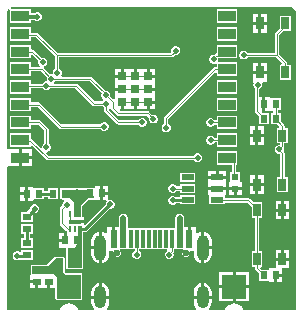
<source format=gtl>
G04*
G04 #@! TF.GenerationSoftware,Altium Limited,Altium Designer,24.4.1 (13)*
G04*
G04 Layer_Physical_Order=1*
G04 Layer_Color=255*
%FSLAX44Y44*%
%MOMM*%
G71*
G04*
G04 #@! TF.SameCoordinates,CC372D61-D2D5-4D84-A055-2445D59649BF*
G04*
G04*
G04 #@! TF.FilePolarity,Positive*
G04*
G01*
G75*
%ADD10C,0.2500*%
%ADD13C,0.3000*%
%ADD15R,0.7000X0.7000*%
%ADD16R,1.5000X0.9000*%
%ADD17R,1.0500X0.5500*%
%ADD18R,0.6000X1.5000*%
%ADD19R,0.3000X1.5000*%
%ADD20R,0.6000X0.7000*%
%ADD21R,0.7000X0.6000*%
%ADD22R,0.6500X1.0500*%
%ADD23R,0.2000X0.6000*%
%ADD24R,0.9900X0.3500*%
%ADD40R,0.6000X0.6000*%
%ADD41R,2.0000X2.0000*%
%ADD42C,0.1100*%
%ADD43C,0.1250*%
%ADD44C,0.5000*%
%ADD45C,0.6000*%
%ADD46O,1.0000X2.2000*%
%ADD47O,1.0000X1.9000*%
%ADD48C,0.5000*%
G36*
X969304Y834355D02*
X970833Y833333D01*
X971855Y831804D01*
X972205Y830044D01*
X972196Y830000D01*
Y580000D01*
X972165D01*
X972000Y579172D01*
X971531Y578469D01*
X970828Y578000D01*
X970000Y577835D01*
Y577804D01*
X928310D01*
X927643Y579413D01*
X926241Y581241D01*
X924413Y582643D01*
X922284Y583525D01*
X920000Y583825D01*
X920000Y583825D01*
X917716Y583525D01*
X915587Y582643D01*
X913759Y581241D01*
X912357Y579413D01*
X911691Y577804D01*
X898996D01*
X898564Y579074D01*
X898628Y579122D01*
X899836Y580698D01*
X900596Y582532D01*
X900855Y584500D01*
Y587730D01*
X893250D01*
X885645D01*
Y584500D01*
X885904Y582532D01*
X886664Y580698D01*
X887872Y579122D01*
X887936Y579074D01*
X887505Y577804D01*
X812495D01*
X812064Y579074D01*
X812128Y579122D01*
X813336Y580698D01*
X814096Y582532D01*
X814355Y584500D01*
Y587730D01*
X806750D01*
X799145D01*
Y584500D01*
X799404Y582532D01*
X800164Y580698D01*
X801372Y579122D01*
X801436Y579074D01*
X801004Y577804D01*
X788309D01*
X787643Y579413D01*
X786241Y581241D01*
X784413Y582643D01*
X782284Y583525D01*
X780000Y583825D01*
X777716Y583525D01*
X775587Y582643D01*
X773759Y581241D01*
X772357Y579413D01*
X771690Y577804D01*
X730000Y577804D01*
Y577835D01*
X729172Y578000D01*
X728469Y578469D01*
X728000Y579172D01*
X727835Y580000D01*
X727804D01*
Y699444D01*
X728860Y699960D01*
X729074Y699960D01*
X737630D01*
Y707000D01*
Y714040D01*
X729074D01*
X728860Y714040D01*
X727804Y714556D01*
Y830000D01*
X727795Y830044D01*
X728145Y831804D01*
X728767Y832734D01*
X730113Y832495D01*
X730150Y832462D01*
X730150Y831658D01*
Y821250D01*
X747650D01*
Y823737D01*
X750819D01*
X751194Y823362D01*
X752573Y822791D01*
X754064D01*
X755443Y823362D01*
X756498Y824417D01*
X757068Y825795D01*
Y827287D01*
X756498Y828665D01*
X755443Y829720D01*
X754064Y830291D01*
X752573D01*
X751194Y829720D01*
X750819Y829345D01*
X747650D01*
Y832750D01*
X731670D01*
X731137Y833492D01*
X731010Y834020D01*
X731334Y834482D01*
X732456Y834705D01*
X732500Y834696D01*
X967500D01*
X967544Y834705D01*
X969304Y834355D01*
D02*
G37*
%LPC*%
G36*
X947540Y828540D02*
X943020D01*
Y822020D01*
X947540D01*
Y828540D01*
D02*
G37*
G36*
X940480D02*
X935960D01*
Y822020D01*
X940480D01*
Y828540D01*
D02*
G37*
G36*
X922650Y832750D02*
X905150D01*
Y821250D01*
X922650D01*
Y832750D01*
D02*
G37*
G36*
X947540Y819480D02*
X943020D01*
Y812960D01*
X947540D01*
Y819480D01*
D02*
G37*
G36*
X940480D02*
X935960D01*
Y812960D01*
X940480D01*
Y819480D01*
D02*
G37*
G36*
X922650Y817750D02*
X905150D01*
Y806250D01*
X922650D01*
Y817750D01*
D02*
G37*
G36*
X967750Y827250D02*
X958750D01*
Y816845D01*
X955031Y813126D01*
X954633Y812531D01*
X954493Y811829D01*
Y795835D01*
X931299D01*
X931179Y796124D01*
X930124Y797179D01*
X928746Y797750D01*
X927254D01*
X925876Y797179D01*
X924821Y796124D01*
X924250Y794746D01*
Y793254D01*
X924821Y791876D01*
X925876Y790821D01*
X927254Y790250D01*
X928746D01*
X930124Y790821D01*
X931179Y791876D01*
X931299Y792165D01*
X955384D01*
X960529Y787020D01*
X960003Y785750D01*
X958750D01*
Y772750D01*
X967750D01*
Y785750D01*
X965085D01*
Y786895D01*
X964946Y787597D01*
X964548Y788192D01*
X958164Y794576D01*
Y811068D01*
X961345Y814250D01*
X967750D01*
Y827250D01*
D02*
G37*
G36*
X947540Y787040D02*
X943020D01*
Y780520D01*
X947540D01*
Y787040D01*
D02*
G37*
G36*
X940480D02*
X935960D01*
Y780520D01*
X940480D01*
Y787040D01*
D02*
G37*
G36*
X747650Y817750D02*
X730150D01*
Y806250D01*
X747650D01*
Y809384D01*
X751768D01*
X768143Y793008D01*
Y782290D01*
X767876Y782179D01*
X766821Y781124D01*
X766250Y779746D01*
Y778916D01*
X765898Y778102D01*
X765084Y777750D01*
X764254D01*
X763965Y777630D01*
X758615Y782980D01*
X758678Y783586D01*
X758844Y784120D01*
X759001Y784355D01*
X760124Y784821D01*
X761179Y785876D01*
X761750Y787254D01*
Y788746D01*
X761179Y790124D01*
X760124Y791179D01*
X758746Y791750D01*
X757254D01*
X756965Y791630D01*
X750298Y798298D01*
X749702Y798696D01*
X749000Y798835D01*
X747650D01*
Y802750D01*
X730150D01*
Y791250D01*
X747650D01*
Y793959D01*
X748920Y794485D01*
X754370Y789035D01*
X754250Y788746D01*
Y787254D01*
X754821Y785876D01*
X755592Y785105D01*
X755189Y783835D01*
X747650D01*
Y787750D01*
X730150D01*
Y776250D01*
X747650D01*
Y780165D01*
X756240D01*
X761370Y775035D01*
X761250Y774746D01*
Y773254D01*
X761347Y773020D01*
X760498Y771750D01*
X760254D01*
X758876Y771179D01*
X757821Y770124D01*
X757701Y769835D01*
X747650D01*
Y772750D01*
X730150D01*
Y761250D01*
X747650D01*
Y766165D01*
X757701D01*
X757821Y765876D01*
X758876Y764821D01*
X760254Y764250D01*
X761746D01*
X763124Y764821D01*
X764179Y765876D01*
X764299Y766165D01*
X785240D01*
X799760Y751645D01*
X800355Y751247D01*
X801057Y751107D01*
X808268D01*
X808388Y750818D01*
X809443Y749764D01*
X809731Y749644D01*
Y747433D01*
X809871Y746731D01*
X810269Y746136D01*
X820702Y735702D01*
X821298Y735304D01*
X822000Y735165D01*
X838701D01*
X838821Y734876D01*
X839876Y733821D01*
X841254Y733250D01*
X842746D01*
X844124Y733821D01*
X845179Y734876D01*
X845750Y736254D01*
Y737746D01*
X845179Y739124D01*
X844124Y740179D01*
X842746Y740750D01*
X841254D01*
X839876Y740179D01*
X838821Y739124D01*
X838701Y738835D01*
X822760D01*
X813754Y747841D01*
X813857Y749275D01*
X813978Y749357D01*
X814425Y749271D01*
X815323Y748735D01*
X815387Y748410D01*
X815785Y747814D01*
X820344Y743255D01*
X820940Y742857D01*
X821642Y742718D01*
X846148D01*
X848002Y740863D01*
X847883Y740574D01*
Y739082D01*
X848454Y737704D01*
X849508Y736649D01*
X850887Y736078D01*
X852379D01*
X853757Y736649D01*
X854812Y737704D01*
X855383Y739082D01*
Y740574D01*
X854812Y741952D01*
X853757Y743007D01*
X852379Y743578D01*
X850887D01*
X850598Y743458D01*
X848206Y745851D01*
X847610Y746248D01*
X846908Y746388D01*
X823213D01*
X823007Y746690D01*
X823676Y747960D01*
X823730D01*
Y754000D01*
X826270D01*
Y747960D01*
X834730D01*
Y754000D01*
X837270D01*
Y747960D01*
X845730D01*
Y754000D01*
X847000D01*
Y755270D01*
X853040D01*
Y758960D01*
Y763730D01*
X847000D01*
Y766270D01*
X853040D01*
Y769960D01*
Y774730D01*
X847000D01*
Y776000D01*
X845730D01*
Y782040D01*
X837270D01*
Y776000D01*
X834730D01*
Y782040D01*
X826270D01*
Y776000D01*
X825000D01*
Y774730D01*
X818960D01*
Y769960D01*
Y766270D01*
X825000D01*
Y763730D01*
X818960D01*
Y756747D01*
X817690Y756221D01*
X814885Y759026D01*
X815005Y759315D01*
Y760807D01*
X814434Y762185D01*
X813379Y763240D01*
X812001Y763811D01*
X810785D01*
X799298Y775298D01*
X798702Y775696D01*
X798000Y775835D01*
X773798D01*
X773274Y777105D01*
X773750Y778254D01*
Y779746D01*
X773179Y781124D01*
X772124Y782179D01*
X771814Y782308D01*
Y791933D01*
X866625D01*
X867328Y792073D01*
X867923Y792471D01*
X869588Y794135D01*
X869877Y794016D01*
X871368D01*
X872747Y794587D01*
X873802Y795641D01*
X874372Y797020D01*
Y798512D01*
X873802Y799890D01*
X872747Y800945D01*
X871368Y801516D01*
X869877D01*
X868498Y800945D01*
X867443Y799890D01*
X866872Y798512D01*
Y797020D01*
X866992Y796731D01*
X865865Y795604D01*
X770739D01*
X753826Y812517D01*
X753230Y812915D01*
X752528Y813054D01*
X747650D01*
Y817750D01*
D02*
G37*
G36*
X853040Y782040D02*
X848270D01*
Y777270D01*
X853040D01*
Y782040D01*
D02*
G37*
G36*
X823730D02*
X818960D01*
Y777270D01*
X823730D01*
Y782040D01*
D02*
G37*
G36*
X922650Y802750D02*
X905150D01*
Y795410D01*
X904703D01*
X904001Y795271D01*
X903405Y794873D01*
X902835Y794303D01*
X901962D01*
X900584Y793732D01*
X899529Y792677D01*
X898958Y791298D01*
Y789807D01*
X899529Y788428D01*
X900584Y787373D01*
X901962Y786803D01*
X903454D01*
X903880Y786979D01*
X905150Y786130D01*
Y783835D01*
X903753D01*
X903051Y783696D01*
X902456Y783298D01*
X860802Y741644D01*
X860404Y741049D01*
X860265Y740347D01*
Y735486D01*
X859220Y734441D01*
X858649Y733063D01*
Y731571D01*
X859220Y730193D01*
X860275Y729138D01*
X861654Y728567D01*
X863145D01*
X864524Y729138D01*
X865579Y730193D01*
X866149Y731571D01*
Y733063D01*
X865579Y734441D01*
X864524Y735496D01*
X863935Y735740D01*
Y739586D01*
X903880Y779531D01*
X905150Y779005D01*
Y776250D01*
X922650D01*
Y787750D01*
X906868D01*
X906132Y789020D01*
X906458Y789807D01*
Y791250D01*
X922650D01*
Y802750D01*
D02*
G37*
G36*
X947540Y777980D02*
X941750D01*
X935960D01*
Y771460D01*
X935960D01*
X936434Y770190D01*
X936250Y769746D01*
Y768254D01*
X936821Y766876D01*
X937228Y766468D01*
X937216Y766406D01*
Y746449D01*
X937356Y745746D01*
X937754Y745151D01*
X940750Y742155D01*
Y735250D01*
X949250D01*
Y744750D01*
X943932D01*
X943601Y745190D01*
X943730Y745449D01*
Y752500D01*
Y758540D01*
X940887D01*
Y765308D01*
X942124Y765821D01*
X943179Y766876D01*
X943750Y768254D01*
Y769746D01*
X943566Y770190D01*
X944415Y771460D01*
X947540D01*
Y777980D01*
D02*
G37*
G36*
X922650Y772750D02*
X905150D01*
Y761250D01*
X922650D01*
Y772750D01*
D02*
G37*
G36*
X853040Y752730D02*
X848270D01*
Y747960D01*
X853040D01*
Y752730D01*
D02*
G37*
G36*
X922650Y757750D02*
X905150D01*
Y746250D01*
X922650D01*
Y757750D01*
D02*
G37*
G36*
Y742750D02*
X905150D01*
Y738835D01*
X903299D01*
X903179Y739124D01*
X902124Y740179D01*
X900746Y740750D01*
X899254D01*
X897876Y740179D01*
X896821Y739124D01*
X896250Y737746D01*
Y736254D01*
X896821Y734876D01*
X897876Y733821D01*
X899254Y733250D01*
X900746D01*
X902124Y733821D01*
X903179Y734876D01*
X903299Y735165D01*
X905150D01*
Y731250D01*
X922650D01*
Y742750D01*
D02*
G37*
G36*
X747650Y757750D02*
X730150D01*
Y746250D01*
X747650D01*
Y750165D01*
X753653D01*
X771613Y732204D01*
X772209Y731806D01*
X772911Y731666D01*
X806609D01*
X806729Y731378D01*
X807783Y730323D01*
X809162Y729752D01*
X810654D01*
X812032Y730323D01*
X813087Y731378D01*
X813658Y732756D01*
Y734248D01*
X813087Y735626D01*
X812032Y736681D01*
X810654Y737252D01*
X809162D01*
X807783Y736681D01*
X806729Y735626D01*
X806609Y735337D01*
X773671D01*
X755711Y753298D01*
X755115Y753696D01*
X754413Y753835D01*
X747650D01*
Y757750D01*
D02*
G37*
G36*
X945040Y733540D02*
X940520D01*
Y727020D01*
X945040D01*
Y733540D01*
D02*
G37*
G36*
X937980D02*
X933460D01*
Y727020D01*
X937980D01*
Y733540D01*
D02*
G37*
G36*
X922650Y727750D02*
X905150D01*
Y723835D01*
X903299D01*
X903179Y724124D01*
X902124Y725179D01*
X900746Y725750D01*
X899254D01*
X897876Y725179D01*
X896821Y724124D01*
X896250Y722746D01*
Y721254D01*
X896821Y719876D01*
X897876Y718821D01*
X899254Y718250D01*
X900746D01*
X902124Y718821D01*
X903179Y719876D01*
X903299Y720165D01*
X905150D01*
Y716250D01*
X922650D01*
Y727750D01*
D02*
G37*
G36*
X945040Y724480D02*
X940520D01*
Y717960D01*
X945040D01*
Y724480D01*
D02*
G37*
G36*
X937980D02*
X933460D01*
Y717960D01*
X937980D01*
Y724480D01*
D02*
G37*
G36*
X747650Y742750D02*
X730150D01*
Y731250D01*
X747650D01*
Y735165D01*
X754240D01*
X759165Y730240D01*
Y719299D01*
X758876Y719179D01*
X757821Y718124D01*
X757250Y716746D01*
Y716142D01*
X755980Y715615D01*
X748703Y722892D01*
X748108Y723290D01*
X747650Y723381D01*
Y727750D01*
X730150D01*
Y716250D01*
X747650D01*
Y717095D01*
X748823Y717581D01*
X760702Y705702D01*
X761298Y705304D01*
X762000Y705165D01*
X885701D01*
X885821Y704876D01*
X886876Y703821D01*
X888254Y703250D01*
X889746D01*
X891124Y703821D01*
X892179Y704876D01*
X892750Y706254D01*
Y707746D01*
X892179Y709124D01*
X891124Y710179D01*
X889746Y710750D01*
X888254D01*
X886876Y710179D01*
X885821Y709124D01*
X885701Y708835D01*
X762760D01*
X760615Y710980D01*
X761142Y712250D01*
X761746D01*
X763124Y712821D01*
X764179Y713876D01*
X764750Y715254D01*
Y716746D01*
X764179Y718124D01*
X763124Y719179D01*
X762835Y719299D01*
Y731000D01*
X762696Y731702D01*
X762298Y732298D01*
X756298Y738298D01*
X755702Y738696D01*
X755000Y738835D01*
X747650D01*
Y742750D01*
D02*
G37*
G36*
X740170Y714040D02*
Y708270D01*
X748940D01*
Y714040D01*
X740170D01*
D02*
G37*
G36*
X748940Y705730D02*
X740170D01*
Y699960D01*
X748940D01*
Y705730D01*
D02*
G37*
G36*
X913290Y695790D02*
X906770D01*
Y691770D01*
X913290D01*
Y695790D01*
D02*
G37*
G36*
X904230D02*
X897710D01*
Y691770D01*
X904230D01*
Y695790D01*
D02*
G37*
G36*
X887000Y694500D02*
X874000D01*
Y686500D01*
X887000D01*
Y694500D01*
D02*
G37*
G36*
X945040Y692040D02*
X940520D01*
Y685520D01*
X945040D01*
Y692040D01*
D02*
G37*
G36*
X937980D02*
X933460D01*
Y685520D01*
X937980D01*
Y692040D01*
D02*
G37*
G36*
X887000Y685000D02*
X874000D01*
Y682912D01*
X871267D01*
X871179Y683124D01*
X870124Y684179D01*
X868746Y684750D01*
X867254D01*
X865876Y684179D01*
X864821Y683124D01*
X864250Y681746D01*
Y680254D01*
X864821Y678876D01*
X865876Y677821D01*
X867254Y677250D01*
X868746D01*
X870124Y677821D01*
X871179Y678876D01*
X871267Y679088D01*
X874000D01*
Y677000D01*
X887000D01*
Y685000D01*
D02*
G37*
G36*
X922650Y712750D02*
X905150D01*
Y701250D01*
X917742D01*
Y695250D01*
X916750D01*
X916750Y686750D01*
X915567Y686540D01*
X915460D01*
Y682270D01*
X926540D01*
Y686540D01*
X926433D01*
X925250Y686750D01*
X925250Y687810D01*
Y695250D01*
X921412D01*
Y701250D01*
X922650D01*
Y712750D01*
D02*
G37*
G36*
X913290Y689230D02*
X905500D01*
X897710D01*
Y685210D01*
Y682270D01*
X905500D01*
X913290D01*
Y685210D01*
Y689230D01*
D02*
G37*
G36*
X806730Y683040D02*
X802460D01*
Y682933D01*
X802250Y681750D01*
X801190Y681750D01*
X793750D01*
Y681290D01*
X788190D01*
X787667Y681506D01*
X786176D01*
X785652Y681290D01*
X774000D01*
X773904Y681250D01*
X772250D01*
Y671750D01*
X773751D01*
X774000Y671647D01*
X776101D01*
X776354Y670377D01*
X775876Y670179D01*
X774821Y669124D01*
X774250Y667746D01*
Y666442D01*
X772868Y665061D01*
X772454Y664440D01*
X772309Y663709D01*
Y651398D01*
X772454Y650667D01*
X772868Y650046D01*
X777505Y645409D01*
X778126Y644995D01*
X778750Y644871D01*
Y643040D01*
X778270D01*
Y637000D01*
X777000D01*
Y635730D01*
X771460D01*
Y630960D01*
X777647D01*
Y614000D01*
X777750Y613751D01*
Y613250D01*
X777958D01*
X778043Y613043D01*
X779000Y612647D01*
X791000D01*
X791957Y613043D01*
X792353Y614000D01*
Y631000D01*
Y643951D01*
X793500D01*
X794475Y644145D01*
X795302Y644698D01*
X814355Y663750D01*
X815746D01*
X817124Y664321D01*
X818179Y665376D01*
X818750Y666754D01*
Y668246D01*
X818179Y669624D01*
X817124Y670679D01*
X815746Y671250D01*
X814810D01*
X814254Y671250D01*
X813540Y672329D01*
Y675730D01*
X809270D01*
Y670960D01*
X811361D01*
X811887Y669690D01*
X811821Y669624D01*
X811250Y668246D01*
Y667855D01*
X793663Y650268D01*
X792490Y650754D01*
Y651730D01*
X785000D01*
Y654270D01*
X792490D01*
Y657290D01*
X791353D01*
Y666440D01*
X796560Y671647D01*
X801000D01*
X801190Y671726D01*
X802460Y670960D01*
Y670960D01*
X806730D01*
Y677000D01*
Y683040D01*
D02*
G37*
G36*
X813540D02*
X809270D01*
Y678270D01*
X813540D01*
Y683040D01*
D02*
G37*
G36*
X743230Y682540D02*
X738960D01*
Y677770D01*
X743230D01*
Y682540D01*
D02*
G37*
G36*
X950540Y758540D02*
X946270D01*
Y752500D01*
Y746460D01*
X950540D01*
Y746567D01*
X950750Y747750D01*
X952190Y747750D01*
X953088Y746852D01*
Y744750D01*
X950750D01*
Y735250D01*
X956546D01*
X958276Y733520D01*
X957750Y732250D01*
X956250D01*
Y719250D01*
X958710D01*
Y717926D01*
X957245D01*
X955867Y717355D01*
X954812Y716301D01*
X954241Y714922D01*
Y713430D01*
X954812Y712052D01*
X955867Y710997D01*
X957245Y710426D01*
X958737D01*
X958915Y709253D01*
Y690750D01*
X956250D01*
Y677750D01*
X965250D01*
Y690750D01*
X962585D01*
Y711066D01*
X962446Y711768D01*
X962048Y712364D01*
X961519Y712893D01*
X961741Y713430D01*
Y714922D01*
X961685Y715057D01*
X961974Y715346D01*
X962388Y715966D01*
X962534Y716697D01*
Y719250D01*
X965250D01*
Y732250D01*
X962662D01*
Y733750D01*
X962516Y734482D01*
X962102Y735102D01*
X959250Y737954D01*
Y744750D01*
X956912D01*
Y747750D01*
X959250D01*
Y757250D01*
X950750Y757250D01*
X950540Y758433D01*
Y758540D01*
D02*
G37*
G36*
X945040Y682980D02*
X940520D01*
Y676460D01*
X945040D01*
Y682980D01*
D02*
G37*
G36*
X937980D02*
X933460D01*
Y676460D01*
X937980D01*
Y682980D01*
D02*
G37*
G36*
X926540Y679730D02*
X922270D01*
Y675460D01*
X926540D01*
Y679730D01*
D02*
G37*
G36*
X919730D02*
X915460D01*
Y675460D01*
X919730D01*
Y679730D01*
D02*
G37*
G36*
X887000Y675500D02*
X874000D01*
Y673799D01*
X870504D01*
X870124Y674179D01*
X868746Y674750D01*
X867254D01*
X865876Y674179D01*
X864821Y673124D01*
X864250Y671746D01*
Y670254D01*
X864821Y668876D01*
X865876Y667821D01*
X867254Y667250D01*
X868746D01*
X870124Y667821D01*
X871004Y668701D01*
X874000D01*
Y667500D01*
X887000D01*
Y675500D01*
D02*
G37*
G36*
X750040Y682540D02*
X745770D01*
Y676500D01*
Y670460D01*
X750040D01*
Y670567D01*
X750250Y671750D01*
X751310Y671750D01*
X758750D01*
Y673951D01*
X762250D01*
Y671750D01*
X770750D01*
Y681250D01*
X762250D01*
Y679049D01*
X758750D01*
Y681250D01*
X750250Y681250D01*
X750040Y682433D01*
Y682540D01*
D02*
G37*
G36*
X743230Y675230D02*
X738960D01*
Y670460D01*
X743230D01*
Y675230D01*
D02*
G37*
G36*
X966540Y670540D02*
X962020D01*
Y664020D01*
X966540D01*
Y670540D01*
D02*
G37*
G36*
X959480D02*
X954960D01*
Y664020D01*
X959480D01*
Y670540D01*
D02*
G37*
G36*
X966540Y661480D02*
X962020D01*
Y654960D01*
X966540D01*
Y661480D01*
D02*
G37*
G36*
X959480D02*
X954960D01*
Y654960D01*
X959480D01*
Y661480D01*
D02*
G37*
G36*
X751746Y667750D02*
X750254D01*
X748876Y667179D01*
X747821Y666124D01*
X747250Y664746D01*
Y663855D01*
X744948Y661552D01*
X744411Y660750D01*
X739750D01*
Y652250D01*
X749250D01*
Y658004D01*
X749299Y658250D01*
Y658694D01*
X750855Y660250D01*
X751746D01*
X753124Y660821D01*
X754179Y661876D01*
X754750Y663254D01*
Y664746D01*
X754179Y666124D01*
X753124Y667179D01*
X751746Y667750D01*
D02*
G37*
G36*
X874000Y659824D02*
X873631Y659750D01*
X873254D01*
X872906Y659606D01*
X872537Y659532D01*
X872224Y659323D01*
X871876Y659179D01*
X871610Y658913D01*
X871296Y658704D01*
X871087Y658391D01*
X870821Y658124D01*
X870677Y657776D01*
X870468Y657463D01*
X870394Y657094D01*
X870250Y656746D01*
Y656369D01*
X870176Y656000D01*
Y647250D01*
X829824D01*
Y656000D01*
X829750Y656369D01*
Y656746D01*
X829606Y657094D01*
X829532Y657463D01*
X829323Y657776D01*
X829179Y658124D01*
X828913Y658391D01*
X828704Y658704D01*
X828390Y658913D01*
X828124Y659179D01*
X827776Y659323D01*
X827463Y659532D01*
X827094Y659606D01*
X826746Y659750D01*
X826369D01*
X826000Y659824D01*
X825631Y659750D01*
X825254D01*
X824906Y659606D01*
X824537Y659532D01*
X824224Y659323D01*
X823876Y659179D01*
X823610Y658913D01*
X823296Y658704D01*
X823087Y658391D01*
X822821Y658124D01*
X822677Y657776D01*
X822468Y657463D01*
X822394Y657094D01*
X822250Y656746D01*
Y656369D01*
X822177Y656000D01*
Y648540D01*
X819270D01*
Y638500D01*
X816730D01*
Y648540D01*
X812460D01*
Y643723D01*
X811190Y643097D01*
X810553Y643586D01*
X808718Y644346D01*
X808020Y644438D01*
Y631000D01*
Y617562D01*
X808718Y617654D01*
X810553Y618414D01*
X812128Y619622D01*
X813336Y621197D01*
X814096Y623032D01*
X814355Y625000D01*
Y628460D01*
X817558D01*
X818246Y627190D01*
X818000Y626597D01*
Y625403D01*
X818457Y624301D01*
X819301Y623457D01*
X820403Y623000D01*
X821597D01*
X822699Y623457D01*
X823543Y624301D01*
X824000Y625403D01*
Y626597D01*
X823723Y627266D01*
X823540Y628460D01*
X823540Y628460D01*
X823540Y628460D01*
Y629750D01*
X835665D01*
Y628299D01*
X835376Y628179D01*
X834321Y627124D01*
X833750Y625746D01*
Y624254D01*
X834321Y622876D01*
X835376Y621821D01*
X836754Y621250D01*
X838246D01*
X839624Y621821D01*
X840679Y622876D01*
X841250Y624254D01*
Y625746D01*
X840679Y627124D01*
X839624Y628179D01*
X839335Y628299D01*
Y629750D01*
X863060D01*
X863313Y628480D01*
X862869Y628296D01*
X861814Y627241D01*
X861243Y625863D01*
Y624371D01*
X861814Y622993D01*
X862869Y621938D01*
X864247Y621367D01*
X865739D01*
X867117Y621938D01*
X868172Y622993D01*
X868743Y624371D01*
Y625863D01*
X868373Y626756D01*
X868798Y627181D01*
X869195Y627776D01*
X869335Y628479D01*
Y629750D01*
X876460D01*
Y628460D01*
X876460Y628460D01*
X876277Y627266D01*
X876000Y626597D01*
Y625403D01*
X876457Y624301D01*
X877301Y623457D01*
X878403Y623000D01*
X879597D01*
X880699Y623457D01*
X881543Y624301D01*
X882000Y625403D01*
Y626597D01*
X881754Y627190D01*
X882442Y628460D01*
X885645D01*
Y625000D01*
X885904Y623032D01*
X886664Y621197D01*
X887872Y619622D01*
X889447Y618414D01*
X891282Y617654D01*
X891980Y617562D01*
Y631000D01*
Y644438D01*
X891282Y644346D01*
X889447Y643586D01*
X888810Y643097D01*
X887540Y643723D01*
Y648540D01*
X883270D01*
Y638500D01*
X880730D01*
Y648540D01*
X877823D01*
Y656000D01*
X877750Y656369D01*
Y656746D01*
X877606Y657094D01*
X877532Y657463D01*
X877323Y657776D01*
X877179Y658124D01*
X876913Y658391D01*
X876704Y658704D01*
X876390Y658913D01*
X876124Y659179D01*
X875776Y659323D01*
X875463Y659532D01*
X875094Y659606D01*
X874746Y659750D01*
X874369D01*
X874000Y659824D01*
D02*
G37*
G36*
X775730Y643040D02*
X771460D01*
Y638270D01*
X775730D01*
Y643040D01*
D02*
G37*
G36*
X894520Y644438D02*
Y632270D01*
X900855D01*
Y637000D01*
X900596Y638968D01*
X899836Y640803D01*
X898628Y642378D01*
X897053Y643586D01*
X895218Y644346D01*
X894520Y644438D01*
D02*
G37*
G36*
X805480Y644438D02*
X804782Y644346D01*
X802947Y643586D01*
X801372Y642378D01*
X800164Y640803D01*
X799404Y638968D01*
X799145Y637000D01*
Y632270D01*
X805480D01*
Y644438D01*
D02*
G37*
G36*
X749250Y650750D02*
X739750D01*
Y642250D01*
X741951D01*
Y638750D01*
X739750D01*
Y630250D01*
X749250D01*
Y638750D01*
X747049D01*
Y642250D01*
X749250D01*
Y650750D01*
D02*
G37*
G36*
Y628750D02*
X739750D01*
Y627148D01*
X738480Y626925D01*
X738291Y627114D01*
X736912Y627685D01*
X735421D01*
X734042Y627114D01*
X732987Y626059D01*
X732416Y624681D01*
Y623189D01*
X732987Y621811D01*
X734042Y620756D01*
X735421Y620185D01*
X736912D01*
X738291Y620756D01*
X738480Y620945D01*
X739750Y620419D01*
Y620250D01*
X749250D01*
Y628750D01*
D02*
G37*
G36*
X966540Y629040D02*
X962020D01*
Y622520D01*
X966540D01*
Y629040D01*
D02*
G37*
G36*
X959480D02*
X954960D01*
Y622520D01*
X959480D01*
Y629040D01*
D02*
G37*
G36*
X900855Y629730D02*
X894520D01*
Y617562D01*
X895218Y617654D01*
X897053Y618414D01*
X898628Y619622D01*
X899836Y621197D01*
X900596Y623032D01*
X900855Y625000D01*
Y629730D01*
D02*
G37*
G36*
X805480D02*
X799145D01*
Y625000D01*
X799404Y623032D01*
X800164Y621197D01*
X801372Y619622D01*
X802947Y618414D01*
X804782Y617654D01*
X805480Y617562D01*
Y629730D01*
D02*
G37*
G36*
X960540Y606230D02*
X956270D01*
Y601460D01*
X960540D01*
Y606230D01*
D02*
G37*
G36*
X913290Y679730D02*
X905500D01*
X897710D01*
Y675710D01*
X897817D01*
X899000Y675500D01*
X899000Y674440D01*
Y667500D01*
X912000D01*
Y669088D01*
X931231D01*
X934750Y665570D01*
Y656250D01*
X937338D01*
Y627750D01*
X934750D01*
Y614750D01*
X937338D01*
Y613750D01*
X937484Y613018D01*
X937898Y612398D01*
X940750Y609547D01*
Y602750D01*
X949250Y602750D01*
X949460Y601567D01*
Y601460D01*
X953730D01*
Y607500D01*
X955000D01*
Y608770D01*
X960540D01*
Y613460D01*
X966540D01*
Y619980D01*
X960750D01*
X954960D01*
Y613540D01*
X949460D01*
Y613433D01*
X949250Y612250D01*
X948190Y612250D01*
X943454D01*
X942224Y613480D01*
X942750Y614750D01*
X943750D01*
Y627750D01*
X941162D01*
Y656250D01*
X943750D01*
Y669250D01*
X936477D01*
X933375Y672352D01*
X932755Y672766D01*
X932023Y672912D01*
X912898D01*
X912000Y673810D01*
X912000Y675500D01*
X913183Y675710D01*
X913290D01*
Y679730D01*
D02*
G37*
G36*
X932540Y610540D02*
X921270D01*
Y599270D01*
X932540D01*
Y610540D01*
D02*
G37*
G36*
X918730D02*
X907460D01*
Y599270D01*
X918730D01*
Y610540D01*
D02*
G37*
G36*
X751730Y600730D02*
X746960D01*
Y596460D01*
X751730D01*
Y600730D01*
D02*
G37*
G36*
X894520Y600938D02*
Y590270D01*
X900855D01*
Y593500D01*
X900596Y595468D01*
X899836Y597303D01*
X898628Y598878D01*
X897053Y600086D01*
X895218Y600846D01*
X894520Y600938D01*
D02*
G37*
G36*
X808020D02*
Y590270D01*
X814355D01*
Y593500D01*
X814096Y595468D01*
X813336Y597303D01*
X812128Y598878D01*
X810553Y600086D01*
X808718Y600846D01*
X808020Y600938D01*
D02*
G37*
G36*
X891980Y600938D02*
X891282Y600846D01*
X889447Y600086D01*
X887872Y598878D01*
X886664Y597303D01*
X885904Y595468D01*
X885645Y593500D01*
Y590270D01*
X891980D01*
Y600938D01*
D02*
G37*
G36*
X805480D02*
X804782Y600846D01*
X802947Y600086D01*
X801372Y598878D01*
X800164Y597303D01*
X799404Y595468D01*
X799145Y593500D01*
Y590270D01*
X805480D01*
Y600938D01*
D02*
G37*
G36*
X775000Y623353D02*
X769000D01*
X768043Y622957D01*
X767837Y622750D01*
X767750D01*
Y622663D01*
X761440Y616353D01*
X749000D01*
X748751Y616250D01*
X748250D01*
Y616042D01*
X748043Y615957D01*
X747647Y615000D01*
Y609000D01*
X747726Y608810D01*
X746960Y607540D01*
X746960D01*
Y603270D01*
X753000D01*
Y602000D01*
X754270D01*
Y596460D01*
X761730D01*
Y602000D01*
X764270D01*
Y596460D01*
X768647D01*
Y588000D01*
X768750Y587751D01*
Y586750D01*
X769751D01*
X770000Y586647D01*
X790000D01*
X790249Y586750D01*
X791250D01*
Y587751D01*
X791353Y588000D01*
Y608000D01*
X791352Y608003D01*
X791353Y608005D01*
X791250Y608251D01*
Y609250D01*
X790249D01*
X790000Y609353D01*
X789997Y609352D01*
X789995Y609353D01*
X777219Y609304D01*
X776353Y610453D01*
Y622000D01*
X776250Y622249D01*
Y622750D01*
X776042D01*
X775957Y622957D01*
X775000Y623353D01*
D02*
G37*
G36*
X932540Y596730D02*
X921270D01*
Y585460D01*
X932540D01*
Y596730D01*
D02*
G37*
G36*
X918730D02*
X907460D01*
Y585460D01*
X918730D01*
Y596730D01*
D02*
G37*
%LPD*%
G36*
X807825Y761580D02*
X807505Y760807D01*
Y759315D01*
X808075Y757937D01*
X808837Y757175D01*
X809102Y756713D01*
X808916Y755596D01*
X808388Y755067D01*
X808268Y754778D01*
X801817D01*
X787298Y769298D01*
X786702Y769696D01*
X786000Y769835D01*
X767811D01*
X767409Y771105D01*
X768179Y771876D01*
X768299Y772165D01*
X797240D01*
X807825Y761580D01*
D02*
G37*
G36*
X795773Y678667D02*
X795645Y678475D01*
X795451Y677500D01*
Y677000D01*
X795645Y676025D01*
X796198Y675198D01*
X797025Y674645D01*
X798000Y674451D01*
X798975Y674645D01*
X799730Y675149D01*
X800124Y675065D01*
X801000Y674704D01*
Y673000D01*
X796000D01*
X790000Y667000D01*
Y657000D01*
X784000D01*
Y670000D01*
X781000Y673000D01*
X774000D01*
Y679937D01*
X795094D01*
X795773Y678667D01*
D02*
G37*
G36*
X791000Y631000D02*
Y614000D01*
X779000D01*
Y631000D01*
X785000D01*
X788000Y635000D01*
Y649518D01*
X791000D01*
Y631000D01*
D02*
G37*
G36*
X775000Y610000D02*
X776547Y607948D01*
X790000Y608000D01*
Y588000D01*
X770000D01*
Y606000D01*
X767000Y609000D01*
X749000D01*
Y615000D01*
X762000D01*
X769000Y622000D01*
X775000D01*
Y610000D01*
D02*
G37*
D10*
X868250Y671250D02*
X880250D01*
X868000Y671000D02*
X868250Y671250D01*
X880250D02*
X880500Y671500D01*
X736449Y624217D02*
X744218D01*
X736166Y623935D02*
X736449Y624217D01*
X744218D02*
X744500Y624500D01*
X814500Y667500D02*
X815000D01*
X793500Y646500D02*
X814500Y667500D01*
X789000Y646500D02*
X793500D01*
X744500Y656500D02*
X745000D01*
X746750Y658250D02*
Y659750D01*
X751000Y664000D01*
X745000Y656500D02*
X746750Y658250D01*
X744500Y634500D02*
Y646500D01*
X798000Y677000D02*
Y677500D01*
X754500Y676500D02*
X766500D01*
D13*
X739359Y826541D02*
X753318D01*
X738900Y827000D02*
X739359Y826541D01*
D15*
X847000Y754000D02*
D03*
X836000D02*
D03*
X825000D02*
D03*
Y765000D02*
D03*
Y776000D02*
D03*
X836000D02*
D03*
X847000D02*
D03*
Y765000D02*
D03*
X836000D02*
D03*
D16*
X913900Y827000D02*
D03*
Y812000D02*
D03*
Y797000D02*
D03*
Y782000D02*
D03*
Y767000D02*
D03*
Y752000D02*
D03*
Y737000D02*
D03*
Y722000D02*
D03*
Y707000D02*
D03*
X738900D02*
D03*
Y722000D02*
D03*
Y737000D02*
D03*
Y752000D02*
D03*
Y767000D02*
D03*
Y782000D02*
D03*
Y797000D02*
D03*
Y812000D02*
D03*
Y827000D02*
D03*
D17*
X880500Y671500D02*
D03*
Y681000D02*
D03*
Y690500D02*
D03*
X905500D02*
D03*
Y681000D02*
D03*
Y671500D02*
D03*
D18*
X826000Y638500D02*
D03*
X818000D02*
D03*
X882000D02*
D03*
X874000D02*
D03*
D19*
X832500D02*
D03*
X837500D02*
D03*
X842500D02*
D03*
X867500D02*
D03*
X862500D02*
D03*
X857500D02*
D03*
X852500D02*
D03*
X847500D02*
D03*
D20*
X766500Y676500D02*
D03*
X776500D02*
D03*
X772000Y618000D02*
D03*
X782000D02*
D03*
X945000Y740000D02*
D03*
X955000D02*
D03*
X945000Y752500D02*
D03*
X955000D02*
D03*
X744500Y676500D02*
D03*
X754500D02*
D03*
X955000Y607500D02*
D03*
X945000D02*
D03*
X808000Y677000D02*
D03*
X798000D02*
D03*
X777000Y637000D02*
D03*
X787000D02*
D03*
D21*
X744500Y646500D02*
D03*
Y656500D02*
D03*
Y634500D02*
D03*
Y624500D02*
D03*
X753000Y602000D02*
D03*
Y612000D02*
D03*
X763000Y602000D02*
D03*
Y612000D02*
D03*
D22*
X963250Y820750D02*
D03*
Y779250D02*
D03*
X941750Y820750D02*
D03*
Y779250D02*
D03*
X960750Y725750D02*
D03*
Y684250D02*
D03*
X939250Y725750D02*
D03*
Y684250D02*
D03*
Y621250D02*
D03*
Y662750D02*
D03*
X960750Y621250D02*
D03*
Y662750D02*
D03*
D23*
X789000Y659500D02*
D03*
X785000D02*
D03*
X781000D02*
D03*
Y646500D02*
D03*
X785000D02*
D03*
X789000D02*
D03*
D24*
X785000Y653000D02*
D03*
D40*
X921000Y681000D02*
D03*
Y691000D02*
D03*
D41*
X920000Y598000D02*
D03*
X780000Y598000D02*
D03*
D42*
X836000Y754000D02*
X847000D01*
X825000D02*
X836000D01*
Y776000D02*
X847000D01*
X825000D02*
X836000D01*
Y765000D02*
X847000D01*
X825000D02*
X836000D01*
X902708Y790553D02*
Y791580D01*
X907475Y793575D02*
X910900Y797000D01*
X902708Y791580D02*
X904703Y793575D01*
X907475D01*
X910900Y797000D02*
X913900D01*
X801057Y752943D02*
X811567D01*
X786000Y768000D02*
X801057Y752943D01*
X761000Y768000D02*
X786000D01*
X765000Y774000D02*
X798000D01*
X811255Y760745D01*
X769978Y779022D02*
Y793769D01*
X939254Y768254D02*
X940000Y769000D01*
X939254Y766608D02*
Y768254D01*
X939051Y746449D02*
X945000Y740500D01*
X939051Y746449D02*
Y766406D01*
X939254Y766608D01*
X945000Y740000D02*
Y740500D01*
X762000Y707000D02*
X889000D01*
X747406Y721594D02*
X762000Y707000D01*
X739306Y721594D02*
X747406D01*
X738900Y722000D02*
X739306Y721594D01*
X822000Y737000D02*
X842000D01*
X811567Y747433D02*
X822000Y737000D01*
X811567Y747433D02*
Y752943D01*
X817083Y749112D02*
X821642Y744553D01*
X817083Y749112D02*
Y754232D01*
X821642Y744553D02*
X846908D01*
X851633Y739828D01*
X811255Y760061D02*
X817083Y754232D01*
X900000Y722000D02*
X913900D01*
X900000Y737000D02*
X913900D01*
X928000Y794000D02*
X956144D01*
X862100Y732616D02*
Y740347D01*
Y732616D02*
X862399Y732317D01*
X862100Y740347D02*
X903753Y782000D01*
X913900D01*
X956329Y811829D02*
X963250Y818750D01*
X956329Y793816D02*
Y811829D01*
X956144Y794000D02*
X963250Y786895D01*
Y818750D02*
Y820750D01*
Y779250D02*
Y786895D01*
X769978Y793769D02*
X866625D01*
X870622Y797766D01*
X749000Y797000D02*
X758000Y788000D01*
X739681Y811219D02*
X752528D01*
X769978Y793769D01*
X738900Y812000D02*
X739681Y811219D01*
X738900Y797000D02*
X749000D01*
X738900Y752000D02*
X754413D01*
X772911Y733502D02*
X809908D01*
X754413Y752000D02*
X772911Y733502D01*
X739900Y768000D02*
X761000D01*
X811255Y760061D02*
Y760745D01*
X919577Y692423D02*
X921000Y691000D01*
X916900Y707000D02*
X919577Y704323D01*
Y692423D02*
Y704323D01*
X913900Y707000D02*
X916900D01*
X761000Y716000D02*
Y731000D01*
X757000Y782000D02*
X765000Y774000D01*
X738900Y782000D02*
X757000D01*
X738900Y767000D02*
X739900Y768000D01*
X755000Y737000D02*
X761000Y731000D01*
X738900Y737000D02*
X755000D01*
X781000Y654200D02*
Y659500D01*
Y654200D02*
X782200Y653000D01*
X785000D01*
X957991Y713825D02*
X960750Y711066D01*
X957991Y713825D02*
Y714176D01*
X960750Y684250D02*
Y711066D01*
X864993Y625972D02*
X867500Y628479D01*
Y638500D01*
X864993Y625117D02*
Y625972D01*
X837500Y625000D02*
Y638500D01*
D43*
X904639Y671000D02*
X932023D01*
X936273Y666750D01*
X868000Y681000D02*
X880500D01*
X774220Y663709D02*
X777512Y667000D01*
X774220Y651398D02*
X778857Y646761D01*
X774220Y651398D02*
Y663709D01*
X777512Y667000D02*
X778000D01*
X780808Y646761D02*
X781000Y646569D01*
X778857Y646761D02*
X780808D01*
X937250Y666750D02*
X939250Y664750D01*
X936273Y666750D02*
X937250D01*
X939250Y621250D02*
Y664750D01*
X960622Y725622D02*
X960750Y725750D01*
X958101Y714176D02*
X960622Y716697D01*
Y725622D01*
X957991Y714176D02*
X958101D01*
X960750Y725750D02*
Y733750D01*
X955000Y740000D02*
Y752500D01*
Y739500D02*
X960750Y733750D01*
X955000Y739500D02*
Y740000D01*
X945000Y607500D02*
Y608000D01*
X939250Y613750D02*
Y621250D01*
Y613750D02*
X945000Y608000D01*
D44*
X874000Y638500D02*
Y656000D01*
X826000Y638500D02*
Y656000D01*
D45*
X879000Y626000D02*
D03*
X821000D02*
D03*
D46*
X806750Y631000D02*
D03*
X893250D02*
D03*
D47*
Y589000D02*
D03*
X806750D02*
D03*
D48*
X902708Y790553D02*
D03*
X794000Y769000D02*
D03*
X770000Y779000D02*
D03*
X941001Y801000D02*
D03*
X951001Y661000D02*
D03*
X931001Y821000D02*
D03*
Y741000D02*
D03*
Y661000D02*
D03*
X921001Y641000D02*
D03*
X931001Y621000D02*
D03*
X901001Y601000D02*
D03*
X891001Y821000D02*
D03*
Y741000D02*
D03*
X881000Y721000D02*
D03*
Y601000D02*
D03*
X871000Y821000D02*
D03*
Y781000D02*
D03*
X861000Y761000D02*
D03*
X871000Y701000D02*
D03*
Y621000D02*
D03*
X851000Y821000D02*
D03*
X841000Y801000D02*
D03*
Y721000D02*
D03*
X851000Y701000D02*
D03*
X841000Y681000D02*
D03*
X831000Y821000D02*
D03*
X821000Y801000D02*
D03*
X831000Y701000D02*
D03*
X821000Y681000D02*
D03*
X831000Y621000D02*
D03*
X821000Y601000D02*
D03*
X811000Y821000D02*
D03*
X801000Y801000D02*
D03*
Y721000D02*
D03*
Y601000D02*
D03*
X791000Y821000D02*
D03*
X781000Y801000D02*
D03*
X791000Y781000D02*
D03*
Y741000D02*
D03*
X781000Y721000D02*
D03*
X791000Y701000D02*
D03*
X771000D02*
D03*
X751000D02*
D03*
X741000Y601000D02*
D03*
X895778Y729052D02*
D03*
X894000Y712000D02*
D03*
X933492Y772180D02*
D03*
X931492Y800180D02*
D03*
X862492Y801180D02*
D03*
X753492Y820180D02*
D03*
X764000Y782000D02*
D03*
X757000Y773000D02*
D03*
X858000Y726000D02*
D03*
X849000Y733000D02*
D03*
X805000Y728000D02*
D03*
X768000Y714000D02*
D03*
X787000Y686000D02*
D03*
X940000Y769000D02*
D03*
X889000Y707000D02*
D03*
X842000Y737000D02*
D03*
X851633Y739828D02*
D03*
X900000Y722000D02*
D03*
Y737000D02*
D03*
X928000Y794000D02*
D03*
X862399Y732317D02*
D03*
X870622Y797766D02*
D03*
X761000Y768000D02*
D03*
X758000Y788000D02*
D03*
X809908Y733502D02*
D03*
X811567Y752943D02*
D03*
X811255Y760061D02*
D03*
X753318Y826541D02*
D03*
X930342Y704750D02*
D03*
X786921Y677756D02*
D03*
X822500Y666000D02*
D03*
X761000Y716000D02*
D03*
X765000Y774000D02*
D03*
X764000Y626000D02*
D03*
X754000D02*
D03*
Y638000D02*
D03*
X868000Y681000D02*
D03*
Y671000D02*
D03*
X778000Y667000D02*
D03*
X856068Y621510D02*
D03*
X736166Y623935D02*
D03*
X764000Y638000D02*
D03*
X734977Y616068D02*
D03*
Y606068D02*
D03*
X950342Y679750D02*
D03*
X950000Y667500D02*
D03*
X950342Y729750D02*
D03*
Y699750D02*
D03*
Y689750D02*
D03*
X940342Y697250D02*
D03*
X892842Y662250D02*
D03*
X910342D02*
D03*
Y649750D02*
D03*
Y637250D02*
D03*
Y624750D02*
D03*
X962842Y637250D02*
D03*
Y647250D02*
D03*
X949832Y650642D02*
D03*
X950015Y634897D02*
D03*
X950381Y617869D02*
D03*
X936649Y605786D02*
D03*
X965000Y585000D02*
D03*
X945000D02*
D03*
X869720Y586750D02*
D03*
X827842Y587250D02*
D03*
X895342Y609750D02*
D03*
X880342D02*
D03*
X850000Y610000D02*
D03*
X815000D02*
D03*
X797842Y609750D02*
D03*
X747842Y584750D02*
D03*
X735000Y585000D02*
D03*
Y595000D02*
D03*
X734000Y647000D02*
D03*
Y663000D02*
D03*
Y677000D02*
D03*
X743271Y665627D02*
D03*
X892500Y675000D02*
D03*
Y685000D02*
D03*
Y695000D02*
D03*
X802500Y667500D02*
D03*
X815000D02*
D03*
X874000Y665000D02*
D03*
X844000Y623000D02*
D03*
X770771Y668127D02*
D03*
X751000Y664000D02*
D03*
X954000Y708000D02*
D03*
X957991Y714176D02*
D03*
X874000Y656000D02*
D03*
X831000Y665000D02*
D03*
X826000Y656000D02*
D03*
X863000Y686000D02*
D03*
X788000Y627000D02*
D03*
X782000D02*
D03*
X795000D02*
D03*
X734000Y630000D02*
D03*
X794916Y618525D02*
D03*
X864993Y625117D02*
D03*
X837500Y625000D02*
D03*
M02*

</source>
